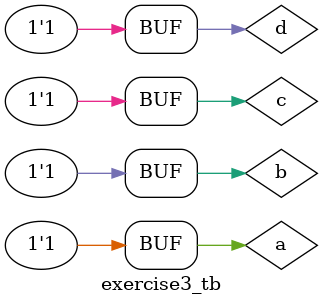
<source format=v>
`timescale 1ns/1ns
`include "exercise3.v"

module exercise3_tb();
    reg a, b, c, d;
    wire f;

    exercise3 ex3(a, b, c, d, f);
    initial begin
        $dumpfile("exercise3_tb.vcd");
        $dumpvars(0, exercise3_tb);

        a = 1'b0; b=1'b0; c=1'b0; d=1'b0;
        #20;
        a = 1'b0; b=1'b0; c=1'b0; d=1'b1;
        #20;
        a = 1'b0; b=1'b0; c=1'b1; d=1'b0;
        #20;
        a = 1'b0; b=1'b0; c=1'b1; d=1'b1;
        #20;
        a = 1'b0; b=1'b1; c=1'b0; d=1'b0;
        #20;
        a = 1'b0; b=1'b1; c=1'b0; d=1'b1;
        #20;
        a = 1'b0; b=1'b1; c=1'b1; d=1'b0;
        #20;
        a = 1'b0; b=1'b1; c=1'b1; d=1'b1;
        #20;
        a = 1'b1; b=1'b0; c=1'b0; d=1'b0;
        #20;
        a = 1'b1; b=1'b0; c=1'b0; d=1'b1;
        #20;
        a = 1'b1; b=1'b0; c=1'b1; d=1'b0;
        #20;
        a = 1'b1; b=1'b0; c=1'b1; d=1'b1;
        #20;
        a = 1'b1; b=1'b1; c=1'b0; d=1'b0;
        #20;
        a = 1'b1; b=1'b1; c=1'b0; d=1'b1;
        #20;
        a = 1'b1; b=1'b1; c=1'b1; d=1'b0;
        #20;
        a = 1'b1; b=1'b1; c=1'b1; d=1'b1;
        #20;

        $display("Test complete");
    end
endmodule
</source>
